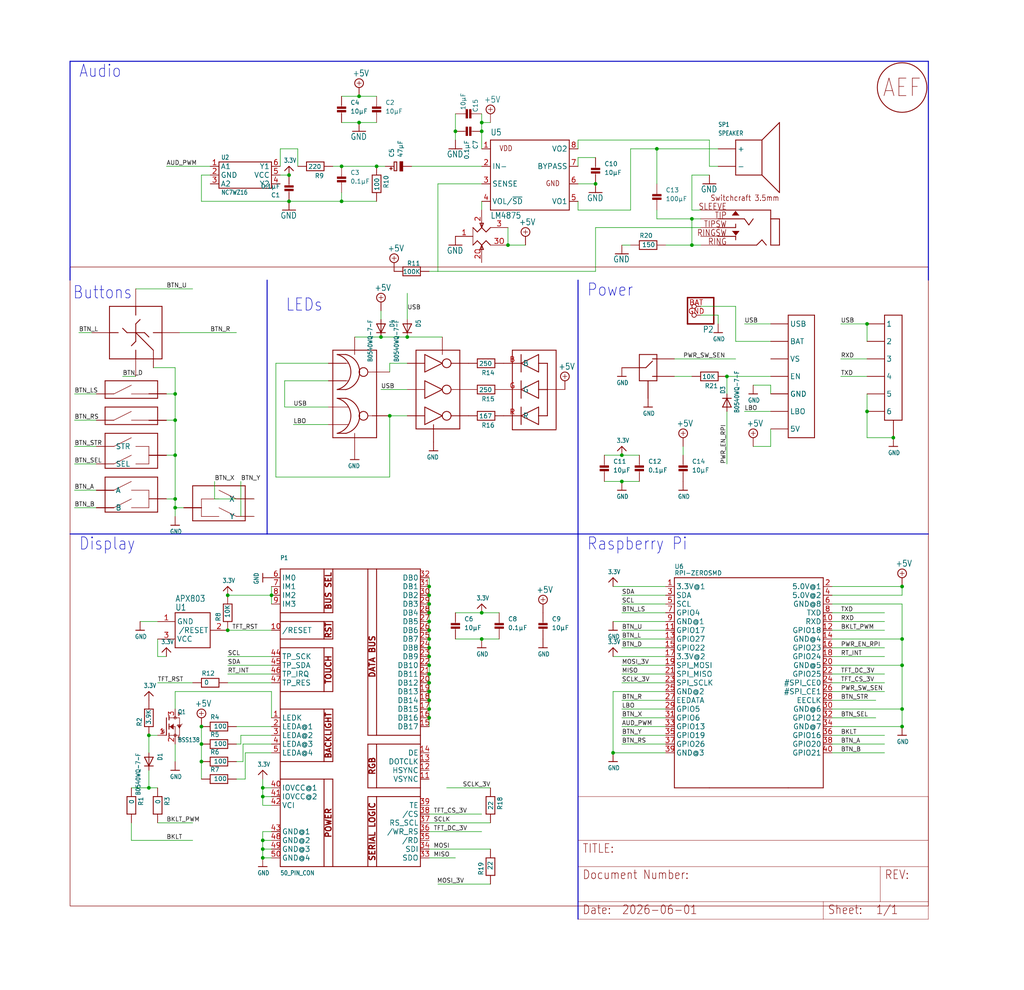
<source format=kicad_sch>
(kicad_sch (version 20250114) (generator "eeschema") (generator_version "9.0")
  (paper "User" 297.002 287.299)
  (text "Raspberry Pi" (at 170.18 160.02 0) (effects (font (size 3.556 3.0226)) (justify left bottom)))
  (text "Power" (at 170.18 86.36 0) (effects (font (size 3.556 3.0226)) (justify left bottom)))
  (text "Buttons" (at 21.082 87.122 0) (effects (font (size 3.556 3.0226)) (justify left bottom)))
  (text "Display" (at 22.86 160.02 0) (effects (font (size 3.556 3.0226)) (justify left bottom)))
  (text "LEDs" (at 82.804 90.678 0) (effects (font (size 3.556 3.0226)) (justify left bottom)))
  (text "Audio" (at 22.86 22.86 0) (effects (font (size 3.556 3.0226)) (justify left bottom)))
  (junction (at 261.62 185.42))
  (junction (at 261.62 205.74))
  (junction (at 76.2 243.84))
  (junction (at 118.11 97.79))
  (junction (at 124.46 172.72))
  (junction (at 139.7 38.1))
  (junction (at 190.5 43.18))
  (junction (at 139.7 177.8))
  (junction (at 43.18 213.36))
  (junction (at 50.8 121.92))
  (junction (at 124.46 208.28))
  (junction (at 76.2 248.92))
  (junction (at 124.46 177.8))
  (junction (at 124.46 195.58))
  (junction (at 83.82 58.42))
  (junction (at 139.7 35.56))
  (junction (at 58.42 215.9))
  (junction (at 261.62 193.04))
  (junction (at 251.46 119.38))
  (junction (at 50.8 144.78))
  (junction (at 76.2 228.6))
  (junction (at 66.04 172.72))
  (junction (at 113.03 120.65))
  (junction (at 177.8 218.44))
  (junction (at 124.46 187.96))
  (junction (at 124.46 203.2))
  (junction (at 50.8 132.08))
  (junction (at 200.66 63.5))
  (junction (at 147.32 71.12))
  (junction (at 124.46 185.42))
  (junction (at 104.14 27.94))
  (junction (at 251.46 93.98))
  (junction (at 78.74 172.72))
  (junction (at 172.72 53.34))
  (junction (at 261.62 170.18))
  (junction (at 124.46 198.12))
  (junction (at 124.46 193.04))
  (junction (at 259.08 127))
  (junction (at 124.46 182.88))
  (junction (at 76.2 246.38))
  (junction (at 124.46 180.34))
  (junction (at 58.42 220.98))
  (junction (at 58.42 210.82))
  (junction (at 50.8 114.3))
  (junction (at 124.46 205.74))
  (junction (at 139.7 185.42))
  (junction (at 83.82 50.8))
  (junction (at 261.62 210.82))
  (junction (at 50.8 147.32))
  (junction (at 180.34 139.7))
  (junction (at 132.08 38.1))
  (junction (at 210.82 109.22))
  (junction (at 110.49 97.79))
  (junction (at 76.2 231.14))
  (junction (at 99.06 48.26))
  (junction (at 66.04 182.88))
  (junction (at 124.46 175.26))
  (junction (at 99.06 58.42))
  (junction (at 124.46 190.5))
  (junction (at 109.22 48.26))
  (junction (at 124.46 200.66))
  (junction (at 43.18 228.6))
  (junction (at 124.46 170.18))
  (junction (at 104.14 35.56))
  (junction (at 200.66 71.12))
  (junction (at 180.34 132.08))
  (wire (pts (xy 21.59 129.54) (xy 27.94 129.54)) (stroke (width 0.1524)))
  (wire (pts (xy 241.3 200.66) (xy 256.54 200.66)) (stroke (width 0.1524)))
  (wire (pts (xy 139.7 38.1) (xy 139.7 43.18)) (stroke (width 0.1524)))
  (wire (pts (xy 203.2 63.5) (xy 200.66 63.5)) (stroke (width 0.1524)))
  (wire (pts (xy 68.58 226.06) (xy 71.12 226.06)) (stroke (width 0.1524)))
  (wire (pts (xy 118.11 105.41) (xy 113.03 105.41)) (stroke (width 0.1524)))
  (wire (pts (xy 193.04 177.8) (xy 180.34 177.8)) (stroke (width 0.1524)))
  (wire (pts (xy 172.72 66.04) (xy 172.72 78.74)) (stroke (width 0.1524)))
  (wire (pts (xy 45.72 228.6) (xy 43.18 228.6)) (stroke (width 0.1524)))
  (wire (pts (xy 124.46 198.12) (xy 124.46 200.66)) (stroke (width 0.1524)))
  (wire (pts (xy 208.28 91.44) (xy 208.28 93.98)) (stroke (width 0.1524)))
  (wire (pts (xy 190.5 43.18) (xy 182.88 43.18)) (stroke (width 0.1524)))
  (wire (pts (xy 251.46 119.38) (xy 251.46 127)) (stroke (width 0.1524)))
  (wire (pts (xy 142.24 35.56) (xy 139.7 35.56)) (stroke (width 0.1524)))
  (wire (pts (xy 86.36 43.18) (xy 86.36 48.26)) (stroke (width 0.1524)))
  (wire (pts (xy 127 78.74) (xy 127 53.34)) (stroke (width 0.1524)))
  (wire (pts (xy 241.3 182.88) (xy 256.54 182.88)) (stroke (width 0.1524)))
  (wire (pts (xy 48.26 132.08) (xy 50.8 132.08)))
  (wire (pts (xy 177.8 200.66) (xy 177.8 218.44)) (stroke (width 0.1524)))
  (wire (pts (xy 76.2 233.68) (xy 76.2 231.14)) (stroke (width 0.1524)))
  (wire (pts (xy 69.85 215.9) (xy 69.85 213.36)) (stroke (width 0.1524)))
  (wire (pts (xy 78.74 246.38) (xy 76.2 246.38)) (stroke (width 0.1524)))
  (wire (pts (xy 62.23 144.78) (xy 73.66 144.78)))
  (wire (pts (xy 177.8 200.66) (xy 193.04 200.66)) (stroke (width 0.1524)))
  (polyline (pts (xy 20.32 81.28) (xy 20.32 17.78)) (stroke (width 0.2794) (type solid)))
  (wire (pts (xy 76.2 248.92) (xy 76.2 246.38)) (stroke (width 0.1524)))
  (wire (pts (xy 21.59 134.62) (xy 27.94 134.62)) (stroke (width 0.1524)))
  (polyline (pts (xy 20.32 154.94) (xy 77.47 154.94)) (stroke (width 0.2794) (type solid)))
  (wire (pts (xy 218.44 111.76) (xy 223.52 111.76)) (stroke (width 0.1524)))
  (wire (pts (xy 55.88 238.76) (xy 45.72 238.76)) (stroke (width 0.1524)))
  (wire (pts (xy 177.8 218.44) (xy 193.04 218.44)) (stroke (width 0.1524)))
  (wire (pts (xy 27.94 121.92) (xy 21.59 121.92)) (stroke (width 0.1524)))
  (wire (pts (xy 195.58 104.14) (xy 213.36 104.14)) (stroke (width 0.1524)))
  (wire (pts (xy 261.62 193.04) (xy 241.3 193.04)) (stroke (width 0.1524)))
  (wire (pts (xy 124.46 246.38) (xy 142.24 246.38)) (stroke (width 0.1524)))
  (wire (pts (xy 193.04 187.96) (xy 180.34 187.96)) (stroke (width 0.1524)))
  (wire (pts (xy 172.72 66.04) (xy 203.2 66.04)) (stroke (width 0.1524)))
  (wire (pts (xy 99.06 35.56) (xy 104.14 35.56)) (stroke (width 0.1524)))
  (wire (pts (xy 213.36 88.9) (xy 203.2 88.9)) (stroke (width 0.1524)))
  (wire (pts (xy 124.46 203.2) (xy 124.46 205.74)) (stroke (width 0.1524)))
  (wire (pts (xy 118.11 92.71) (xy 118.11 85.09)) (stroke (width 0.1524)))
  (wire (pts (xy 261.62 185.42) (xy 241.3 185.42)) (stroke (width 0.1524)))
  (wire (pts (xy 68.58 210.82) (xy 78.74 210.82)) (stroke (width 0.1524)))
  (wire (pts (xy 167.64 53.34) (xy 172.72 53.34)) (stroke (width 0.1524)))
  (wire (pts (xy 124.46 167.64) (xy 124.46 170.18)) (stroke (width 0.1524)))
  (wire (pts (xy 251.46 114.3) (xy 251.46 119.38)) (stroke (width 0.1524)))
  (wire (pts (xy 69.85 139.7) (xy 69.85 149.86)))
  (polyline (pts (xy 167.64 154.94) (xy 269.24 154.94)) (stroke (width 0.2794) (type solid)))
  (wire (pts (xy 80.01 105.41) (xy 95.25 105.41)) (stroke (width 0.1524)))
  (wire (pts (xy 124.46 190.5) (xy 124.46 193.04)) (stroke (width 0.1524)))
  (wire (pts (xy 261.62 205.74) (xy 241.3 205.74)) (stroke (width 0.1524)))
  (wire (pts (xy 50.8 144.78) (xy 50.8 147.32)))
  (wire (pts (xy 261.62 193.04) (xy 261.62 205.74)) (stroke (width 0.1524)))
  (wire (pts (xy 193.04 203.2) (xy 180.34 203.2)) (stroke (width 0.1524)))
  (wire (pts (xy 104.14 35.56) (xy 109.22 35.56)) (stroke (width 0.1524)))
  (wire (pts (xy 193.04 185.42) (xy 180.34 185.42)) (stroke (width 0.1524)))
  (wire (pts (xy 76.2 243.84) (xy 76.2 241.3)) (stroke (width 0.1524)))
  (wire (pts (xy 110.49 97.79) (xy 118.11 97.79)) (stroke (width 0.1524)))
  (wire (pts (xy 81.28 43.18) (xy 86.36 43.18)) (stroke (width 0.1524)))
  (wire (pts (xy 124.46 248.92) (xy 132.08 248.92)) (stroke (width 0.1524)))
  (wire (pts (xy 195.58 109.22) (xy 200.66 109.22)) (stroke (width 0.1524)))
  (wire (pts (xy 38.1 243.84) (xy 55.88 243.84)) (stroke (width 0.1524)))
  (wire (pts (xy 241.3 213.36) (xy 256.54 213.36)) (stroke (width 0.1524)))
  (wire (pts (xy 180.34 71.12) (xy 182.88 71.12)) (stroke (width 0.1524)))
  (wire (pts (xy 81.28 50.8) (xy 83.82 50.8)) (stroke (width 0.1524)))
  (wire (pts (xy 124.46 195.58) (xy 124.46 198.12)) (stroke (width 0.1524)))
  (polyline (pts (xy 77.47 154.94) (xy 167.64 154.94)) (stroke (width 0.2794) (type solid)))
  (wire (pts (xy 200.66 50.8) (xy 205.74 50.8)) (stroke (width 0.1524)))
  (wire (pts (xy 110.49 90.17) (xy 110.49 92.71)) (stroke (width 0.1524)))
  (wire (pts (xy 142.24 228.6) (xy 129.54 228.6)) (stroke (width 0.1524)))
  (wire (pts (xy 48.26 114.3) (xy 50.8 114.3)))
  (polyline (pts (xy 167.64 154.94) (xy 167.64 81.28)) (stroke (width 0.2794) (type solid)))
  (wire (pts (xy 82.55 118.11) (xy 82.55 110.49)) (stroke (width 0.1524)))
  (wire (pts (xy 43.18 213.36) (xy 43.18 218.44)) (stroke (width 0.1524)))
  (wire (pts (xy 198.12 129.54) (xy 198.12 132.08)) (stroke (width 0.1524)))
  (wire (pts (xy 139.7 177.8) (xy 144.78 177.8)) (stroke (width 0.1524)))
  (wire (pts (xy 127 78.74) (xy 124.46 78.74)) (stroke (width 0.1524)))
  (wire (pts (xy 190.5 53.34) (xy 190.5 43.18)) (stroke (width 0.1524)))
  (wire (pts (xy 193.04 215.9) (xy 180.34 215.9)) (stroke (width 0.1524)))
  (wire (pts (xy 223.52 124.46) (xy 223.52 129.54)) (stroke (width 0.1524)))
  (wire (pts (xy 147.32 71.12) (xy 152.4 71.12)) (stroke (width 0.1524)))
  (wire (pts (xy 241.3 172.72) (xy 261.62 172.72)) (stroke (width 0.1524)))
  (wire (pts (xy 45.72 190.5) (xy 45.72 185.42)) (stroke (width 0.1524)))
  (wire (pts (xy 50.8 121.92) (xy 50.8 132.08)) (stroke (width 0.1524)))
  (wire (pts (xy 78.74 243.84) (xy 76.2 243.84)) (stroke (width 0.1524)))
  (wire (pts (xy 251.46 104.14) (xy 243.84 104.14)) (stroke (width 0.1524)))
  (wire (pts (xy 132.08 185.42) (xy 139.7 185.42)) (stroke (width 0.1524)))
  (wire (pts (xy 55.88 83.82) (xy 39.37 83.82)) (stroke (width 0.1524)))
  (wire (pts (xy 83.82 58.42) (xy 99.06 58.42)) (stroke (width 0.1524)))
  (wire (pts (xy 60.96 48.26) (xy 48.26 48.26)) (stroke (width 0.1524)))
  (wire (pts (xy 76.2 241.3) (xy 78.74 241.3)) (stroke (width 0.1524)))
  (wire (pts (xy 190.5 43.18) (xy 208.28 43.18)) (stroke (width 0.1524)))
  (wire (pts (xy 99.06 27.94) (xy 104.14 27.94)) (stroke (width 0.1524)))
  (wire (pts (xy 48.26 144.78) (xy 50.8 144.78)))
  (polyline (pts (xy 77.47 154.94) (xy 77.47 81.28)) (stroke (width 0.2794) (type solid)))
  (wire (pts (xy 243.84 109.22) (xy 251.46 109.22)) (stroke (width 0.1524)))
  (wire (pts (xy 78.74 200.66) (xy 78.74 208.28)) (stroke (width 0.1524)))
  (wire (pts (xy 180.34 175.26) (xy 193.04 175.26)) (stroke (width 0.1524)))
  (wire (pts (xy 180.34 193.04) (xy 193.04 193.04)) (stroke (width 0.1524)))
  (wire (pts (xy 142.24 256.54) (xy 127 256.54)) (stroke (width 0.1524)))
  (wire (pts (xy 147.32 66.04) (xy 147.32 71.12)) (stroke (width 0.1524)))
  (wire (pts (xy 124.46 172.72) (xy 124.46 175.26)) (stroke (width 0.1524)))
  (wire (pts (xy 167.64 43.18) (xy 167.64 40.64)) (stroke (width 0.1524)))
  (wire (pts (xy 213.36 99.06) (xy 213.36 88.9)) (stroke (width 0.1524)))
  (wire (pts (xy 71.12 226.06) (xy 71.12 218.44)) (stroke (width 0.1524)))
  (wire (pts (xy 76.2 246.38) (xy 76.2 243.84)) (stroke (width 0.1524)))
  (wire (pts (xy 132.08 33.02) (xy 132.08 38.1)) (stroke (width 0.1524)))
  (wire (pts (xy 50.8 205.74) (xy 50.8 200.66)) (stroke (width 0.1524)))
  (wire (pts (xy 68.58 96.52) (xy 52.07 96.52)) (stroke (width 0.1524)))
  (wire (pts (xy 82.55 118.11) (xy 95.25 118.11)) (stroke (width 0.1524)))
  (wire (pts (xy 139.7 33.02) (xy 139.7 35.56)) (stroke (width 0.1524)))
  (wire (pts (xy 124.46 241.3) (xy 139.7 241.3)) (stroke (width 0.1524)))
  (wire (pts (xy 68.58 220.98) (xy 70.485 220.98)) (stroke (width 0.1524)))
  (wire (pts (xy 254 208.28) (xy 241.3 208.28)) (stroke (width 0.1524)))
  (wire (pts (xy 78.74 172.72) (xy 78.74 175.26)) (stroke (width 0.1524)))
  (wire (pts (xy 124.46 180.34) (xy 124.46 182.88)) (stroke (width 0.1524)))
  (wire (pts (xy 241.3 218.44) (xy 256.54 218.44)) (stroke (width 0.1524)))
  (wire (pts (xy 48.26 121.92) (xy 50.8 121.92)))
  (wire (pts (xy 58.42 210.82) (xy 58.42 215.9)) (stroke (width 0.1524)))
  (wire (pts (xy 27.94 114.3) (xy 21.59 114.3)) (stroke (width 0.1524)))
  (wire (pts (xy 124.46 170.18) (xy 124.46 172.72)) (stroke (width 0.1524)))
  (wire (pts (xy 21.59 142.24) (xy 27.94 142.24)) (stroke (width 0.1524)))
  (wire (pts (xy 124.46 187.96) (xy 124.46 190.5)) (stroke (width 0.1524)))
  (wire (pts (xy 109.22 48.26) (xy 111.76 48.26)) (stroke (width 0.1524)))
  (wire (pts (xy 76.2 228.6) (xy 78.74 228.6)) (stroke (width 0.1524)))
  (wire (pts (xy 124.46 236.22) (xy 139.7 236.22)) (stroke (width 0.1524)))
  (wire (pts (xy 76.2 248.92) (xy 78.74 248.92)) (stroke (width 0.1524)))
  (wire (pts (xy 43.18 213.36) (xy 45.72 213.36)) (stroke (width 0.1524)))
  (wire (pts (xy 167.64 40.64) (xy 205.74 40.64)) (stroke (width 0.1524)))
  (wire (pts (xy 175.26 132.08) (xy 180.34 132.08)) (stroke (width 0.1524)))
  (wire (pts (xy 139.7 35.56) (xy 139.7 38.1)) (stroke (width 0.1524)))
  (wire (pts (xy 124.46 182.88) (xy 124.46 185.42)) (stroke (width 0.1524)))
  (wire (pts (xy 50.8 147.32) (xy 50.8 149.86)))
  (wire (pts (xy 167.64 45.72) (xy 172.72 45.72)) (stroke (width 0.1524)))
  (wire (pts (xy 80.01 138.43) (xy 80.01 105.41)) (stroke (width 0.1524)))
  (wire (pts (xy 124.46 238.76) (xy 142.24 238.76)) (stroke (width 0.1524)))
  (wire (pts (xy 50.8 114.3) (xy 50.8 121.92)) (stroke (width 0.1524)))
  (wire (pts (xy 76.2 228.6) (xy 76.2 226.06)) (stroke (width 0.1524)))
  (wire (pts (xy 50.8 215.9) (xy 50.8 220.98)) (stroke (width 0.1524)))
  (wire (pts (xy 193.04 213.36) (xy 180.34 213.36)) (stroke (width 0.1524)))
  (wire (pts (xy 193.04 208.28) (xy 180.34 208.28)) (stroke (width 0.1524)))
  (wire (pts (xy 167.64 60.96) (xy 167.64 58.42)) (stroke (width 0.1524)))
  (wire (pts (xy 68.58 215.9) (xy 69.85 215.9)) (stroke (width 0.1524)))
  (wire (pts (xy 58.42 58.42) (xy 83.82 58.42)) (stroke (width 0.1524)))
  (wire (pts (xy 45.72 180.34) (xy 40.64 180.34)) (stroke (width 0.1524)))
  (wire (pts (xy 38.1 238.76) (xy 38.1 243.84)) (stroke (width 0.1524)))
  (wire (pts (xy 205.74 40.64) (xy 205.74 48.26)) (stroke (width 0.1524)))
  (wire (pts (xy 104.14 27.94) (xy 109.22 27.94)) (stroke (width 0.1524)))
  (wire (pts (xy 261.62 172.72) (xy 261.62 170.18)) (stroke (width 0.1524)))
  (wire (pts (xy 177.8 170.18) (xy 193.04 170.18)) (stroke (width 0.1524)))
  (polyline (pts (xy 269.24 17.78) (xy 269.24 81.28)) (stroke (width 0.2794) (type solid)))
  (wire (pts (xy 39.37 109.22) (xy 35.56 109.22)) (stroke (width 0.1524)))
  (wire (pts (xy 193.04 182.88) (xy 180.34 182.88)) (stroke (width 0.1524)))
  (wire (pts (xy 78.74 190.5) (xy 66.04 190.5)) (stroke (width 0.1524)))
  (wire (pts (xy 185.42 139.7) (xy 180.34 139.7)) (stroke (width 0.1524)))
  (polyline (pts (xy 167.64 266.7) (xy 167.64 154.94)) (stroke (width 0.2794) (type solid)))
  (wire (pts (xy 96.52 48.26) (xy 99.06 48.26)) (stroke (width 0.1524)))
  (wire (pts (xy 66.04 182.88) (xy 78.74 182.88)) (stroke (width 0.1524)))
  (wire (pts (xy 243.84 93.98) (xy 251.46 93.98)) (stroke (width 0.1524)))
  (wire (pts (xy 139.7 185.42) (xy 144.78 185.42)) (stroke (width 0.1524)))
  (wire (pts (xy 127 53.34) (xy 139.7 53.34)) (stroke (width 0.1524)))
  (wire (pts (xy 78.74 195.58) (xy 66.04 195.58)) (stroke (width 0.1524)))
  (wire (pts (xy 261.62 205.74) (xy 261.62 210.82)) (stroke (width 0.1524)))
  (wire (pts (xy 241.3 180.34) (xy 256.54 180.34)) (stroke (width 0.1524)))
  (wire (pts (xy 193.04 71.12) (xy 200.66 71.12)) (stroke (width 0.1524)))
  (wire (pts (xy 58.42 215.9) (xy 58.42 220.98)) (stroke (width 0.1524)))
  (wire (pts (xy 261.62 170.18) (xy 241.3 170.18)) (stroke (width 0.1524)))
  (wire (pts (xy 132.08 177.8) (xy 139.7 177.8)) (stroke (width 0.1524)))
  (wire (pts (xy 71.12 218.44) (xy 78.74 218.44)) (stroke (width 0.1524)))
  (wire (pts (xy 50.8 200.66) (xy 78.74 200.66)) (stroke (width 0.1524)))
  (wire (pts (xy 200.66 63.5) (xy 190.5 63.5)) (stroke (width 0.1524)))
  (wire (pts (xy 215.9 93.98) (xy 223.52 93.98)) (stroke (width 0.1524)))
  (wire (pts (xy 85.09 123.19) (xy 95.25 123.19)) (stroke (width 0.1524)))
  (wire (pts (xy 261.62 210.82) (xy 241.3 210.82)) (stroke (width 0.1524)))
  (wire (pts (xy 113.03 107.95) (xy 113.03 105.41)) (stroke (width 0.1524)))
  (wire (pts (xy 109.22 58.42) (xy 99.06 58.42)) (stroke (width 0.1524)))
  (wire (pts (xy 69.85 213.36) (xy 78.74 213.36)) (stroke (width 0.1524)))
  (wire (pts (xy 26.67 96.52) (xy 22.86 96.52)) (stroke (width 0.1524)))
  (wire (pts (xy 53.34 147.32) (xy 50.8 147.32)))
  (wire (pts (xy 78.74 172.72) (xy 66.04 172.72)) (stroke (width 0.1524)))
  (wire (pts (xy 124.46 208.28) (xy 124.46 210.82)) (stroke (width 0.1524)))
  (wire (pts (xy 58.42 220.98) (xy 58.42 226.06)) (stroke (width 0.1524)))
  (wire (pts (xy 200.66 71.12) (xy 203.2 71.12)) (stroke (width 0.1524)))
  (wire (pts (xy 180.34 132.08) (xy 185.42 132.08)) (stroke (width 0.1524)))
  (wire (pts (xy 124.46 193.04) (xy 124.46 195.58)) (stroke (width 0.1524)))
  (wire (pts (xy 76.2 231.14) (xy 76.2 228.6)) (stroke (width 0.1524)))
  (wire (pts (xy 81.28 48.26) (xy 81.28 43.18)) (stroke (width 0.1524)))
  (wire (pts (xy 82.55 110.49) (xy 95.25 110.49)) (stroke (width 0.1524)))
  (wire (pts (xy 241.3 187.96) (xy 256.54 187.96)) (stroke (width 0.1524)))
  (wire (pts (xy 223.52 99.06) (xy 213.36 99.06)) (stroke (width 0.1524)))
  (wire (pts (xy 241.3 215.9) (xy 256.54 215.9)) (stroke (width 0.1524)))
  (wire (pts (xy 113.03 138.43) (xy 80.01 138.43)) (stroke (width 0.1524)))
  (wire (pts (xy 180.34 198.12) (xy 193.04 198.12)) (stroke (width 0.1524)))
  (wire (pts (xy 132.08 38.1) (xy 132.08 40.64)) (stroke (width 0.1524)))
  (wire (pts (xy 58.42 58.42) (xy 58.42 50.8)) (stroke (width 0.1524)))
  (wire (pts (xy 241.3 177.8) (xy 256.54 177.8)) (stroke (width 0.1524)))
  (wire (pts (xy 45.72 198.12) (xy 55.88 198.12)) (stroke (width 0.1524)))
  (wire (pts (xy 124.46 205.74) (xy 124.46 208.28)) (stroke (width 0.1524)))
  (wire (pts (xy 43.18 228.6) (xy 38.1 228.6)) (stroke (width 0.1524)))
  (wire (pts (xy 180.34 195.58) (xy 193.04 195.58)) (stroke (width 0.1524)))
  (wire (pts (xy 251.46 93.98) (xy 251.46 99.06)) (stroke (width 0.1524)))
  (wire (pts (xy 215.9 119.38) (xy 223.52 119.38)) (stroke (width 0.1524)))
  (wire (pts (xy 124.46 185.42) (xy 124.46 187.96)) (stroke (width 0.1524)))
  (wire (pts (xy 124.46 200.66) (xy 124.46 203.2)) (stroke (width 0.1524)))
  (wire (pts (xy 44.45 106.68) (xy 50.8 106.68)) (stroke (width 0.1524)))
  (wire (pts (xy 256.54 190.5) (xy 241.3 190.5)) (stroke (width 0.1524)))
  (wire (pts (xy 76.2 233.68) (xy 78.74 233.68)) (stroke (width 0.1524)))
  (wire (pts (xy 210.82 114.3) (xy 210.82 109.22)) (stroke (width 0.1524)))
  (wire (pts (xy 180.34 139.7) (xy 175.26 139.7)) (stroke (width 0.1524)))
  (wire (pts (xy 167.64 48.26) (xy 167.64 45.72)) (stroke (width 0.1524)))
  (wire (pts (xy 190.5 60.96) (xy 190.5 63.5)) (stroke (width 0.1524)))
  (wire (pts (xy 180.34 205.74) (xy 193.04 205.74)) (stroke (width 0.1524)))
  (wire (pts (xy 113.03 120.65) (xy 118.11 120.65)) (stroke (width 0.1524)))
  (wire (pts (xy 200.66 60.96) (xy 200.66 50.8)) (stroke (width 0.1524)))
  (wire (pts (xy 119.38 48.26) (xy 139.7 48.26)) (stroke (width 0.1524)))
  (wire (pts (xy 223.52 129.54) (xy 218.44 129.54)) (stroke (width 0.1524)))
  (wire (pts (xy 62.23 139.7) (xy 62.23 144.78)))
  (wire (pts (xy 58.42 50.8) (xy 60.96 50.8)) (stroke (width 0.1524)))
  (wire (pts (xy 43.18 223.52) (xy 43.18 228.6)) (stroke (width 0.1524)))
  (wire (pts (xy 78.74 193.04) (xy 66.04 193.04)) (stroke (width 0.1524)))
  (wire (pts (xy 139.7 60.96) (xy 139.7 58.42)) (stroke (width 0.1524)))
  (wire (pts (xy 69.85 149.86) (xy 73.66 149.86)))
  (wire (pts (xy 48.26 190.5) (xy 45.72 190.5)) (stroke (width 0.1524)))
  (wire (pts (xy 78.74 170.18) (xy 78.74 172.72)) (stroke (width 0.1524)))
  (wire (pts (xy 70.485 215.9) (xy 78.74 215.9)) (stroke (width 0.1524)))
  (wire (pts (xy 223.52 111.76) (xy 223.52 114.3)) (stroke (width 0.1524)))
  (wire (pts (xy 124.46 177.8) (xy 124.46 180.34)) (stroke (width 0.1524)))
  (wire (pts (xy 203.2 60.96) (xy 200.66 60.96)) (stroke (width 0.1524)))
  (wire (pts (xy 99.06 48.26) (xy 109.22 48.26)) (stroke (width 0.1524)))
  (wire (pts (xy 182.88 60.96) (xy 167.64 60.96)) (stroke (width 0.1524)))
  (wire (pts (xy 256.54 195.58) (xy 241.3 195.58)) (stroke (width 0.1524)))
  (wire (pts (xy 177.8 180.34) (xy 193.04 180.34)) (stroke (width 0.1524)))
  (wire (pts (xy 182.88 43.18) (xy 182.88 60.96)) (stroke (width 0.1524)))
  (wire (pts (xy 78.74 231.14) (xy 76.2 231.14)) (stroke (width 0.1524)))
  (wire (pts (xy 210.82 109.22) (xy 223.52 109.22)) (stroke (width 0.1524)))
  (wire (pts (xy 70.485 220.98) (xy 70.485 215.9)) (stroke (width 0.1524)))
  (wire (pts (xy 118.11 97.79) (xy 128.27 97.79)) (stroke (width 0.1524)))
  (wire (pts (xy 172.72 78.74) (xy 127 78.74)) (stroke (width 0.1524)))
  (wire (pts (xy 50.8 106.68) (xy 50.8 114.3)) (stroke (width 0.1524)))
  (wire (pts (xy 110.49 113.03) (xy 118.11 113.03)) (stroke (width 0.1524)))
  (wire (pts (xy 261.62 175.26) (xy 261.62 185.42)) (stroke (width 0.1524)))
  (wire (pts (xy 180.34 172.72) (xy 193.04 172.72)) (stroke (width 0.1524)))
  (wire (pts (xy 205.74 48.26) (xy 208.28 48.26)) (stroke (width 0.1524)))
  (wire (pts (xy 210.82 134.62) (xy 210.82 119.38)) (stroke (width 0.1524)))
  (wire (pts (xy 254 203.2) (xy 241.3 203.2)) (stroke (width 0.1524)))
  (wire (pts (xy 261.62 175.26) (xy 241.3 175.26)) (stroke (width 0.1524)))
  (wire (pts (xy 261.62 185.42) (xy 261.62 193.04)) (stroke (width 0.1524)))
  (wire (pts (xy 200.66 63.5) (xy 200.66 71.12)) (stroke (width 0.1524)))
  (wire (pts (xy 99.06 55.88) (xy 99.06 58.42)) (stroke (width 0.1524)))
  (wire (pts (xy 203.2 91.44) (xy 208.28 91.44)) (stroke (width 0.1524)))
  (wire (pts (xy 177.8 190.5) (xy 193.04 190.5)) (stroke (width 0.1524)))
  (wire (pts (xy 50.8 132.08) (xy 50.8 144.78)) (stroke (width 0.1524)))
  (wire (pts (xy 256.54 198.12) (xy 241.3 198.12)) (stroke (width 0.1524)))
  (wire (pts (xy 124.46 175.26) (xy 124.46 177.8)) (stroke (width 0.1524)))
  (wire (pts (xy 102.87 97.79) (xy 110.49 97.79)) (stroke (width 0.1524)))
  (wire (pts (xy 193.04 210.82) (xy 180.34 210.82)) (stroke (width 0.1524)))
  (wire (pts (xy 21.59 147.32) (xy 27.94 147.32)) (stroke (width 0.1524)))
  (wire (pts (xy 251.46 127) (xy 259.08 127)) (stroke (width 0.1524)))
  (wire (pts (xy 113.03 120.65) (xy 113.03 138.43)) (stroke (width 0.1524)))
  (wire (pts (xy 66.04 198.12) (xy 78.74 198.12)) (stroke (width 0.1524)))
  (polyline (pts (xy 20.32 17.78) (xy 269.24 17.78)) (stroke (width 0.2794) (type solid)))
  (label "BTN_X" (at 180.34 208.28 0))
  (label "AUD_PWM" (at 180.34 210.82 0) (effects (font (size 1.2446 1.2446))))
  (label "BKLT" (at 48.26 243.84 0) (effects (font (size 1.2446 1.2446))))
  (label "MISO" (at 125.73 248.92 0) (effects (font (size 1.2446 1.2446))))
  (label "BTN_LS" (at 21.59 114.3 0) (effects (font (size 1.2446 1.2446))))
  (label "SCLK_3V" (at 142.24 228.6 180) (effects (font (size 1.2446 1.2446))))
  (label "RXD" (at 243.84 180.34 0) (effects (font (size 1.2446 1.2446))))
  (label "PWR_EN_RPI" (at 243.84 187.96 0) (effects (font (size 1.2446 1.2446))))
  (label "RT_INT" (at 243.84 190.5 0) (effects (font (size 1.2446 1.2446))))
  (label "BTN_R" (at 60.96 96.52 0) (effects (font (size 1.2446 1.2446))))
  (label "BTN_A" (at 243.84 215.9 0) (effects (font (size 1.2446 1.2446))))
  (label "SDA" (at 180.34 172.72 0) (effects (font (size 1.2446 1.2446))))
  (label "PWR_SW_SEN" (at 198.12 104.14 0) (effects (font (size 1.2446 1.2446))))
  (label "RT_INT" (at 66.04 195.58 0) (effects (font (size 1.2446 1.2446))))
  (label "BKLT_PWM" (at 243.84 182.88 0) (effects (font (size 1.2446 1.2446))))
  (label "SCL" (at 180.34 175.26 0) (effects (font (size 1.2446 1.2446))))
  (label "BTN_STR" (at 243.84 203.2 0) (effects (font (size 1.2446 1.2446))))
  (label "USB" (at 243.84 93.98 0) (effects (font (size 1.2446 1.2446))))
  (label "SCL" (at 66.04 190.5 0) (effects (font (size 1.2446 1.2446))))
  (label "BTN_Y" (at 69.85 139.7 0) (effects (font (size 1.2446 1.2446))))
  (label "BTN_D" (at 35.56 109.22 0) (effects (font (size 1.2446 1.2446))))
  (label "USB" (at 215.9 93.98 0) (effects (font (size 1.2446 1.2446))))
  (label "BTN_A" (at 21.59 142.24 0) (effects (font (size 1.2446 1.2446))))
  (label "BTN_SEL" (at 21.59 134.62 0) (effects (font (size 1.2446 1.2446))))
  (label "TXD" (at 243.84 109.22 0) (effects (font (size 1.2446 1.2446))))
  (label "BTN_RS" (at 21.59 121.92 0) (effects (font (size 1.2446 1.2446))))
  (label "BTN_SEL" (at 243.84 208.28 0) (effects (font (size 1.2446 1.2446))))
  (label "PWR_SW_SEN" (at 243.84 200.66 0) (effects (font (size 1.2446 1.2446))))
  (label "TFT_DC_3V" (at 243.84 195.58 0) (effects (font (size 1.2446 1.2446))))
  (label "BTN_B" (at 243.84 218.44 0) (effects (font (size 1.2446 1.2446))))
  (label "MOSI" (at 125.73 246.38 0) (effects (font (size 1.2446 1.2446))))
  (label "BTN_Y" (at 180.34 213.36 0))
  (label "BTN_RS" (at 180.34 215.9 0) (effects (font (size 1.2446 1.2446))))
  (label "BTN_U" (at 48.26 83.82 0) (effects (font (size 1.2446 1.2446))))
  (label "LBO" (at 85.09 123.19 0) (effects (font (size 1.2446 1.2446))))
  (label "BTN_B" (at 21.59 147.32 0) (effects (font (size 1.2446 1.2446))))
  (label "USB" (at 85.09 118.11 0) (effects (font (size 1.2446 1.2446))))
  (label "MOSI_3V" (at 180.34 193.04 0) (effects (font (size 1.2446 1.2446))))
  (label "TFT_RST" (at 45.72 198.12 0) (effects (font (size 1.2446 1.2446))))
  (label "AUD_PWM" (at 48.26 48.26 0) (effects (font (size 1.2446 1.2446))))
  (label "PWR_EN_RPI" (at 210.82 134.62 90) (effects (font (size 1.2446 1.2446))))
  (label "TFT_CS_3V" (at 125.73 236.22 0) (effects (font (size 1.2446 1.2446))))
  (label "RXD" (at 243.84 104.14 0) (effects (font (size 1.2446 1.2446))))
  (label "BKLT" (at 243.84 213.36 0) (effects (font (size 1.2446 1.2446))))
  (label "SDA" (at 66.04 193.04 0) (effects (font (size 1.2446 1.2446))))
  (label "TFT_CS_3V" (at 243.84 198.12 0) (effects (font (size 1.2446 1.2446))))
  (label "BTN_X" (at 62.23 139.7 0) (effects (font (size 1.2446 1.2446))))
  (label "MOSI_3V" (at 134.62 256.54 180) (effects (font (size 1.2446 1.2446))))
  (label "TFT_DC_3V" (at 125.73 241.3 0) (effects (font (size 1.2446 1.2446))))
  (label "BTN_R" (at 180.34 203.2 0) (effects (font (size 1.2446 1.2446))))
  (label "BTN_LS" (at 180.34 177.8 0) (effects (font (size 1.2446 1.2446))))
  (label "SCLK_3V" (at 180.34 198.12 0) (effects (font (size 1.2446 1.2446))))
  (label "LBO" (at 180.34 205.74 0) (effects (font (size 1.2446 1.2446))))
  (label "USB" (at 118.11 90.17 0) (effects (font (size 1.2446 1.2446))))
  (label "MISO" (at 180.34 195.58 0) (effects (font (size 1.2446 1.2446))))
  (label "BTN_L" (at 180.34 185.42 0) (effects (font (size 1.2446 1.2446))))
  (label "BTN_STR" (at 21.59 129.54 0) (effects (font (size 1.2446 1.2446))))
  (label "BTN_U" (at 180.34 182.88 0) (effects (font (size 1.2446 1.2446))))
  (label "LBO" (at 215.9 119.38 0) (effects (font (size 1.2446 1.2446))))
  (label "TXD" (at 243.84 177.8 0) (effects (font (size 1.2446 1.2446))))
  (label "BTN_L" (at 22.86 96.52 0) (effects (font (size 1.2446 1.2446))))
  (label "SCLK" (at 125.73 238.76 0) (effects (font (size 1.2446 1.2446))))
  (label "USB" (at 110.49 113.03 0) (effects (font (size 1.2446 1.2446))))
  (label "TFT_RST" (at 67.31 182.88 0) (effects (font (size 1.2446 1.2446))))
  (label "BTN_D" (at 180.34 187.96 0) (effects (font (size 1.2446 1.2446))))
  (label "BKLT_PWM" (at 48.26 238.76 0) (effects (font (size 1.2446 1.2446))))
  (symbol (lib_id "gba-zero-morebuttons-eagle-import:microbuilder_GND") (at 198.12 142.24 0) (unit 1)
    (property "Reference" "#GND21" (effects (hide yes)))
    (property "Value" "GND" (at 196.596 144.78 0) (effects (font (size 1.27 1.0795)) (justify left bottom)))
  )
  (symbol (lib_id "gba-zero-morebuttons-eagle-import:RESISTOR0603") (at 45.72 233.68 270) (unit 1)
    (property "Reference" "R3" (at 47.752 231.14 0) (effects (justify left bottom)))
    (property "Value" "0" (at 45.085 231.902 0) (effects (justify left bottom)))
    (property "Footprint" "gba-zero-morebuttons:0603" (effects (hide yes)))
  )
  (symbol (lib_id "gba-zero-morebuttons-eagle-import:CAP_CERAMIC0603") (at 99.06 53.34 0) (unit 1)
    (property "Reference" "C3" (at 101.6 50.8 0) (effects (justify left bottom)))
    (property "Value" "0.1μF" (at 101.6 53.34 0) (effects (justify left bottom)))
    (property "Footprint" "gba-zero-morebuttons:0603" (effects (hide yes)))
  )
  (symbol (lib_id "gba-zero-morebuttons-eagle-import:RESISTOR0603") (at 43.18 208.28 90) (unit 1)
    (property "Reference" "R2" (at 41.148 210.82 0) (effects (justify left bottom)))
    (property "Value" "3.9K" (at 43.815 210.312 0) (effects (justify left bottom)))
    (property "Footprint" "gba-zero-morebuttons:0603" (effects (hide yes)))
  )
  (symbol (lib_id "gba-zero-morebuttons-eagle-import:+5V") (at 58.42 208.28 0) (unit 1)
    (property "Reference" "#SUPPLY1" (effects (hide yes)))
    (property "Value" "+5V" (at 56.515 205.105 0) (effects (font (size 1.778 1.5113)) (justify left bottom)))
  )
  (symbol (lib_id "gba-zero-morebuttons-eagle-import:microbuilder_GND") (at 180.34 142.24 0) (unit 1)
    (property "Reference" "#GND19" (effects (hide yes)))
    (property "Value" "GND" (at 178.816 144.78 0) (effects (font (size 1.27 1.0795)) (justify left bottom)))
  )
  (symbol (lib_id "gba-zero-morebuttons-eagle-import:microbuilder_GND") (at 177.8 182.88 0) (unit 1)
    (property "Reference" "#GND15" (effects (hide yes)))
    (property "Value" "GND" (at 176.276 185.42 0) (effects (font (size 1.27 1.0795)) (justify left bottom)))
  )
  (symbol (lib_id "gba-zero-morebuttons-eagle-import:LETTER_L") (at 167.64 266.7 0) (unit 2)
    (property "Reference" "#FRAME1" (effects (hide yes)))
    (property "Value" "LETTER_L" (effects (hide yes)))
  )
  (symbol (lib_id "gba-zero-morebuttons-eagle-import:microbuilder_GND") (at 218.44 114.3 0) (unit 1)
    (property "Reference" "#GND24" (effects (hide yes)))
    (property "Value" "GND" (at 216.916 116.84 0) (effects (font (size 1.27 1.0795)) (justify left bottom)))
  )
  (symbol (lib_id "gba-zero-morebuttons-eagle-import:3.3V") (at 177.8 187.96 0) (unit 1)
    (property "Reference" "#VCC8" (effects (hide yes)))
    (property "Value" "3.3V" (at 176.276 186.944 0) (effects (font (size 1.27 1.0795)) (justify left bottom)))
  )
  (symbol (lib_id "gba-zero-morebuttons-eagle-import:NC7WZ16") (at 71.12 50.8 0) (unit 1)
    (property "Reference" "U2" (at 64.135 46.355 0) (effects (font (size 1.27 1.0795)) (justify left bottom)))
    (property "Value" "NC7WZ16" (at 64.135 56.515 0) (effects (font (size 1.27 1.0795)) (justify left bottom)))
    (property "Footprint" "gba-zero-morebuttons:SC-70-6" (effects (hide yes)))
  )
  (symbol (lib_id "gba-zero-morebuttons-eagle-import:microbuilder_GND") (at 177.8 220.98 0) (unit 1)
    (property "Reference" "#GND16" (effects (hide yes)))
    (property "Value" "GND" (at 176.276 223.52 0) (effects (font (size 1.27 1.0795)) (justify left bottom)))
  )
  (symbol (lib_id "gba-zero-morebuttons-eagle-import:SIGNATURE") (at 261.62 25.4 0) (unit 1)
    (property "Reference" "U$1" (effects (hide yes)))
    (property "Value" "SIGNATURE" (effects (hide yes)))
    (property "Footprint" "gba-zero-morebuttons:SIGNATURE" (effects (hide yes)))
  )
  (symbol (lib_id "gba-zero-morebuttons-eagle-import:microbuilder_GND") (at 40.64 182.88 0) (unit 1)
    (property "Reference" "#GND1" (effects (hide yes)))
    (property "Value" "GND" (at 39.116 185.42 0) (effects (font (size 1.27 1.0795)) (justify left bottom)))
  )
  (symbol (lib_id "gba-zero-morebuttons-eagle-import:microbuilder_GND") (at 261.62 213.36 0) (unit 1)
    (property "Reference" "#GND26" (effects (hide yes)))
    (property "Value" "GND" (at 260.096 215.9 0) (effects (font (size 1.27 1.0795)) (justify left bottom)))
  )
  (symbol (lib_id "gba-zero-morebuttons-eagle-import:JST_2PIN") (at 200.66 88.9 180) (unit 1)
    (property "Reference" "P2" (at 207.01 94.615 0) (effects (font (size 1.778 1.5113)) (justify left bottom)))
    (property "Value" "JST_2PIN" (effects (hide yes)))
    (property "Footprint" "gba-zero-morebuttons:JSTPH2" (effects (hide yes)))
  )
  (symbol (lib_id "gba-zero-morebuttons-eagle-import:3.3V") (at 66.04 170.18 0) (unit 1)
    (property "Reference" "#VCC3" (effects (hide yes)))
    (property "Value" "3.3V" (at 64.516 169.164 0) (effects (font (size 1.27 1.0795)) (justify left bottom)))
  )
  (symbol (lib_id "gba-zero-morebuttons-eagle-import:+5V") (at 198.12 127 0) (unit 1)
    (property "Reference" "#SUPPLY10" (effects (hide yes)))
    (property "Value" "+5V" (at 196.215 123.825 0) (effects (font (size 1.778 1.5113)) (justify left bottom)))
  )
  (symbol (lib_id "gba-zero-morebuttons-eagle-import:RESISTOR0603") (at 38.1 233.68 270) (unit 1)
    (property "Reference" "R1" (at 40.132 231.14 0) (effects (justify left bottom)))
    (property "Value" "0" (at 37.465 231.902 0) (effects (justify left bottom)))
    (property "Footprint" "gba-zero-morebuttons:0603" (effects (hide yes)))
  )
  (symbol (lib_id "gba-zero-morebuttons-eagle-import:RESISTOR0603") (at 140.97 105.41 180) (unit 1)
    (property "Reference" "R14" (at 143.51 107.442 0) (effects (justify left bottom)))
    (property "Value" "250" (at 142.748 104.775 0) (effects (justify left bottom)))
    (property "Footprint" "gba-zero-morebuttons:0603" (effects (hide yes)))
  )
  (symbol (lib_id "gba-zero-morebuttons-eagle-import:RESISTOR0603") (at 140.97 113.03 180) (unit 1)
    (property "Reference" "R15" (at 143.51 115.062 0) (effects (justify left bottom)))
    (property "Value" "250" (at 142.748 112.395 0) (effects (justify left bottom)))
    (property "Footprint" "gba-zero-morebuttons:0603" (effects (hide yes)))
  )
  (symbol (lib_id "gba-zero-morebuttons-eagle-import:RESISTOR0603") (at 187.96 71.12 0) (unit 1)
    (property "Reference" "R20" (at 185.42 69.088 0) (effects (justify left bottom)))
    (property "Value" "150" (at 186.182 71.755 0) (effects (justify left bottom)))
    (property "Footprint" "gba-zero-morebuttons:0603" (effects (hide yes)))
  )
  (symbol (lib_id "gba-zero-morebuttons-eagle-import:3.3V") (at 180.34 129.54 0) (unit 1)
    (property "Reference" "#VCC9" (effects (hide yes)))
    (property "Value" "3.3V" (at 178.816 128.524 0) (effects (font (size 1.27 1.0795)) (justify left bottom)))
  )
  (symbol (lib_id "gba-zero-morebuttons-eagle-import:3.3V") (at 177.8 167.64 0) (unit 1)
    (property "Reference" "#VCC7" (effects (hide yes)))
    (property "Value" "3.3V" (at 176.276 166.624 0) (effects (font (size 1.27 1.0795)) (justify left bottom)))
  )
  (symbol (lib_id "gba-zero-morebuttons-eagle-import:GND") (at 132.08 43.18 0) (unit 1)
    (property "Reference" "#GND10" (effects (hide yes)))
    (property "Value" "GND" (at 129.54 45.72 0) (effects (font (size 1.778 1.5113)) (justify left bottom)))
  )
  (symbol (lib_id "gba-zero-morebuttons-eagle-import:RESISTOR0603") (at 91.44 48.26 180) (unit 1)
    (property "Reference" "R9" (at 93.98 50.292 0) (effects (justify left bottom)))
    (property "Value" "220" (at 93.218 47.625 0) (effects (justify left bottom)))
    (property "Footprint" "gba-zero-morebuttons:0603" (effects (hide yes)))
  )
  (symbol (lib_id "gba-zero-morebuttons-eagle-import:+5V") (at 104.14 25.4 0) (unit 1)
    (property "Reference" "#SUPPLY3" (effects (hide yes)))
    (property "Value" "+5V" (at 102.235 22.225 0) (effects (font (size 1.778 1.5113)) (justify left bottom)))
  )
  (symbol (lib_id "gba-zero-morebuttons-eagle-import:GND") (at 132.08 71.12 0) (unit 1)
    (property "Reference" "#GND12" (effects (hide yes)))
    (property "Value" "GND" (at 129.54 73.66 0) (effects (font (size 1.778 1.5113)) (justify left bottom)))
  )
  (symbol (lib_id "gba-zero-morebuttons-eagle-import:AXP083-SAG") (at 55.88 182.88 0) (mirror x) (unit 1)
    (property "Reference" "U1" (at 50.8 175.26 0) (effects (font (size 1.778 1.5113)) (justify left bottom)))
    (property "Value" "APX803" (at 50.8 172.72 0) (effects (font (size 1.778 1.5113)) (justify left bottom)))
    (property "Footprint" "gba-zero-morebuttons:SOT23" (effects (hide yes)))
  )
  (symbol (lib_id "gba-zero-morebuttons-eagle-import:LINK_CONNECTOR") (at 256.54 106.68 0) (unit 1)
    (property "Reference" "P3" (effects (hide yes)))
    (property "Value" "LINK_CONNECTOR" (effects (hide yes)))
    (property "Footprint" "gba-zero-morebuttons:LINK_CONNECTOR" (effects (hide yes)))
  )
  (symbol (lib_id "gba-zero-morebuttons-eagle-import:+5V") (at 142.24 33.02 0) (unit 1)
    (property "Reference" "#SUPPLY7" (effects (hide yes)))
    (property "Value" "+5V" (at 140.335 29.845 0) (effects (font (size 1.778 1.5113)) (justify left bottom)))
  )
  (symbol (lib_id "gba-zero-morebuttons-eagle-import:74LVC3G04") (at 128.27 113.03 0) (unit 1)
    (property "Reference" "U4" (effects (hide yes)))
    (property "Value" "74LVC3G04" (effects (hide yes)))
    (property "Footprint" "gba-zero-morebuttons:TSSOP-8" (effects (hide yes)))
  )
  (symbol (lib_id "gba-zero-morebuttons-eagle-import:DIODESOD-123") (at 118.11 95.25 270) (unit 1)
    (property "Reference" "D5" (at 120.65 92.71 0) (effects (font (size 1.27 1.0795)) (justify left bottom)))
    (property "Value" "B0540WQ-7-F" (at 114.3 92.71 0) (effects (font (size 1.27 1.0795)) (justify left bottom)))
    (property "Footprint" "gba-zero-morebuttons:SOD-123" (effects (hide yes)))
  )
  (symbol (lib_id "gba-zero-morebuttons-eagle-import:microbuilder_GND") (at 187.96 118.11 0) (unit 1)
    (property "Reference" "#GND20" (effects (hide yes)))
    (property "Value" "GND" (at 186.436 120.65 0) (effects (font (size 1.27 1.0795)) (justify left bottom)))
  )
  (symbol (lib_id "gba-zero-morebuttons-eagle-import:GND") (at 180.34 73.66 0) (unit 1)
    (property "Reference" "#GND17" (effects (hide yes)))
    (property "Value" "GND" (at 177.8 76.2 0) (effects (font (size 1.778 1.5113)) (justify left bottom)))
  )
  (symbol (lib_id "gba-zero-morebuttons-eagle-import:SHOULDER_BUTTON") (at 38.1 114.3 0) (unit 1)
    (property "Reference" "S2" (effects (hide yes)))
    (property "Value" "SHOULDER_BUTTON" (effects (hide yes)))
    (property "Footprint" "gba-zero-morebuttons:SHOULDER_BUTTON" (effects (hide yes)))
  )
  (symbol (lib_id "gba-zero-morebuttons-eagle-import:RESISTOR0603") (at 60.96 198.12 0) (unit 1)
    (property "Reference" "R12" (at 58.42 196.088 0) (effects (justify left bottom)))
    (property "Value" "0" (at 59.182 198.755 0) (effects (justify left bottom)))
    (property "Footprint" "gba-zero-morebuttons:0603" (effects (hide yes)))
  )
  (symbol (lib_id "gba-zero-morebuttons-eagle-import:CAP_CERAMIC0603") (at 132.08 182.88 0) (unit 1)
    (property "Reference" "C6" (at 134.62 180.34 0) (effects (justify left bottom)))
    (property "Value" "10μF" (at 134.62 182.88 0) (effects (justify left bottom)))
    (property "Footprint" "gba-zero-morebuttons:0603" (effects (hide yes)))
  )
  (symbol (lib_id "gba-zero-morebuttons-eagle-import:CAP_CERAMIC1206") (at 190.5 58.42 0) (unit 1)
    (property "Reference" "C13" (at 193.04 55.88 0) (effects (justify left bottom)))
    (property "Value" "100μF" (at 193.04 58.42 0) (effects (justify left bottom)))
    (property "Footprint" "gba-zero-morebuttons:1206" (effects (hide yes)))
  )
  (symbol (lib_id "gba-zero-morebuttons-eagle-import:microbuilder_GND") (at 50.8 152.4 0) (unit 1)
    (property "Reference" "#GND3" (effects (hide yes)))
    (property "Value" "GND" (at 49.276 154.94 0) (effects (font (size 1.27 1.0795)) (justify left bottom)))
  )
  (symbol (lib_id "gba-zero-morebuttons-eagle-import:CAP_CERAMIC0603") (at 185.42 137.16 0) (unit 1)
    (property "Reference" "C12" (at 187.96 134.62 0) (effects (justify left bottom)))
    (property "Value" "0.1μF" (at 187.96 137.16 0) (effects (justify left bottom)))
    (property "Footprint" "gba-zero-morebuttons:0603" (effects (hide yes)))
  )
  (symbol (lib_id "gba-zero-morebuttons-eagle-import:microbuilder_GND") (at 259.08 129.54 0) (unit 1)
    (property "Reference" "#GND25" (effects (hide yes)))
    (property "Value" "GND" (at 257.556 132.08 0) (effects (font (size 1.27 1.0795)) (justify left bottom)))
  )
  (symbol (lib_id "gba-zero-morebuttons-eagle-import:RK10J12E0A0A") (at 139.7 68.58 270) (unit 1)
    (property "Reference" "R17" (effects (hide yes)))
    (property "Value" "10K" (effects (hide yes)))
    (property "Footprint" "gba-zero-morebuttons:RK10J12E0A0A" (effects (hide yes)))
  )
  (symbol (lib_id "gba-zero-morebuttons-eagle-import:RESISTOR0603") (at 140.97 120.65 180) (unit 1)
    (property "Reference" "R16" (at 143.51 122.682 0) (effects (justify left bottom)))
    (property "Value" "167" (at 142.748 120.015 0) (effects (justify left bottom)))
    (property "Footprint" "gba-zero-morebuttons:0603" (effects (hide yes)))
  )
  (symbol (lib_id "gba-zero-morebuttons-eagle-import:microbuilder_GND") (at 50.8 223.52 0) (unit 1)
    (property "Reference" "#GND2" (effects (hide yes)))
    (property "Value" "GND" (at 49.276 226.06 0) (effects (font (size 1.27 1.0795)) (justify left bottom)))
  )
  (symbol (lib_id "gba-zero-morebuttons-eagle-import:74LVC2G02") (at 102.87 113.03 0) (unit 1)
    (property "Reference" "U3" (effects (hide yes)))
    (property "Value" "74LVC2G02" (effects (hide yes)))
    (property "Footprint" "gba-zero-morebuttons:TSSOP-8" (effects (hide yes)))
  )
  (symbol (lib_id "gba-zero-morebuttons-eagle-import:3.3V") (at 139.7 175.26 0) (unit 1)
    (property "Reference" "#VCC6" (effects (hide yes)))
    (property "Value" "3.3V" (at 138.176 174.244 0) (effects (font (size 1.27 1.0795)) (justify left bottom)))
  )
  (symbol (lib_id "gba-zero-morebuttons-eagle-import:+5V") (at 110.49 87.63 0) (unit 1)
    (property "Reference" "#SUPPLY2" (effects (hide yes)))
    (property "Value" "+5V" (at 108.585 84.455 0) (effects (font (size 1.778 1.5113)) (justify left bottom)))
  )
  (symbol (lib_id "gba-zero-morebuttons-eagle-import:3.3V") (at 83.82 48.26 0) (unit 1)
    (property "Reference" "#VCC5" (effects (hide yes)))
    (property "Value" "3.3V" (at 82.296 47.244 0) (effects (font (size 1.27 1.0795)) (justify left bottom)))
  )
  (symbol (lib_id "gba-zero-morebuttons-eagle-import:XY_BUTTON") (at 63.5 144.78 0) (mirror y) (unit 1)
    (property "Reference" "S7" (effects (hide yes)))
    (property "Value" "XY_BUTTON" (effects (hide yes)))
    (property "Footprint" "gba-zero-morebuttons:XY_BUTTON" (effects (hide yes)))
  )
  (symbol (lib_id "gba-zero-morebuttons-eagle-import:CAP_CERAMIC0603") (at 109.22 33.02 0) (unit 1)
    (property "Reference" "C2" (at 111.76 30.48 0) (effects (justify left bottom)))
    (property "Value" "10μF" (at 111.76 33.02 0) (effects (justify left bottom)))
    (property "Footprint" "gba-zero-morebuttons:0603" (effects (hide yes)))
  )
  (symbol (lib_id "gba-zero-morebuttons-eagle-import:microbuilder_GND") (at 139.7 187.96 0) (unit 1)
    (property "Reference" "#GND11" (effects (hide yes)))
    (property "Value" "GND" (at 138.176 190.5 0) (effects (font (size 1.27 1.0795)) (justify left bottom)))
  )
  (symbol (lib_id "gba-zero-morebuttons-eagle-import:GND") (at 172.72 55.88 0) (unit 1)
    (property "Reference" "#GND14" (effects (hide yes)))
    (property "Value" "GND" (at 170.18 58.42 0) (effects (font (size 1.778 1.5113)) (justify left bottom)))
  )
  (symbol (lib_id "gba-zero-morebuttons-eagle-import:+5V") (at 157.48 175.26 0) (unit 1)
    (property "Reference" "#SUPPLY8" (effects (hide yes)))
    (property "Value" "+5V" (at 155.575 172.085 0) (effects (font (size 1.778 1.5113)) (justify left bottom)))
  )
  (symbol (lib_id "gba-zero-morebuttons-eagle-import:LTST-C19HE1WT") (at 153.67 113.03 180) (unit 1)
    (property "Reference" "D2" (effects (hide yes)))
    (property "Value" "LTST-C19HE1WT" (effects (hide yes)))
    (property "Footprint" "gba-zero-morebuttons:WL-SBCW-0606" (effects (hide yes)))
  )
  (symbol (lib_id "gba-zero-morebuttons-eagle-import:START_SELECT_BUTTON") (at 38.1 132.08 0) (unit 1)
    (property "Reference" "S4" (effects (hide yes)))
    (property "Value" "START_SELECT_BUTTON" (effects (hide yes)))
    (property "Footprint" "gba-zero-morebuttons:START_SELECT_BUTTON" (effects (hide yes)))
  )
  (symbol (lib_id "gba-zero-morebuttons-eagle-import:RESISTOR0603") (at 63.5 210.82 0) (unit 1)
    (property "Reference" "R4" (at 60.96 208.788 0) (effects (justify left bottom)))
    (property "Value" "100" (at 61.976 211.455 0) (effects (justify left bottom)))
    (property "Footprint" "gba-zero-morebuttons:0603" (effects (hide yes)))
  )
  (symbol (lib_id "gba-zero-morebuttons-eagle-import:CAP_CERAMIC0603") (at 83.82 53.34 180) (unit 1)
    (property "Reference" "C1" (at 81.28 55.88 0) (effects (justify left bottom)))
    (property "Value" "0.1μF" (at 81.28 53.34 0) (effects (justify left bottom)))
    (property "Footprint" "gba-zero-morebuttons:0603" (effects (hide yes)))
  )
  (symbol (lib_id "gba-zero-morebuttons-eagle-import:+5V") (at 114.3 76.2 0) (unit 1)
    (property "Reference" "#SUPPLY4" (effects (hide yes)))
    (property "Value" "+5V" (at 112.395 73.025 0) (effects (font (size 1.778 1.5113)) (justify left bottom)))
  )
  (symbol (lib_id "gba-zero-morebuttons-eagle-import:RESISTOR0603") (at 66.04 177.8 90) (unit 1)
    (property "Reference" "R8" (at 64.008 180.34 0) (effects (justify left bottom)))
    (property "Value" "10K" (at 66.675 179.324 0) (effects (justify left bottom)))
    (property "Footprint" "gba-zero-morebuttons:0603" (effects (hide yes)))
  )
  (symbol (lib_id "gba-zero-morebuttons-eagle-import:microbuilder_GND") (at 102.87 133.35 0) (mirror y) (unit 1)
    (property "Reference" "#GND7" (effects (hide yes)))
    (property "Value" "GND" (at 104.394 135.89 0) (effects (font (size 1.27 1.0795)) (justify left bottom)))
  )
  (symbol (lib_id "gba-zero-morebuttons-eagle-import:CAP_CERAMIC0603") (at 134.62 38.1 270) (unit 1)
    (property "Reference" "C7" (at 137.16 40.64 0) (effects (justify left bottom)))
    (property "Value" "0.1μF" (at 134.62 40.64 0) (effects (justify left bottom)))
    (property "Footprint" "gba-zero-morebuttons:0603" (effects (hide yes)))
  )
  (symbol (lib_id "gba-zero-morebuttons-eagle-import:D-PAD") (at 39.37 96.52 0) (unit 1)
    (property "Reference" "S1" (effects (hide yes)))
    (property "Value" "D-PAD" (effects (hide yes)))
    (property "Footprint" "gba-zero-morebuttons:D-PAD" (effects (hide yes)))
  )
  (symbol (lib_id "gba-zero-morebuttons-eagle-import:RESISTOR0603") (at 142.24 233.68 270) (unit 1)
    (property "Reference" "R18" (at 144.272 231.14 0) (effects (justify left bottom)))
    (property "Value" "22" (at 141.605 232.41 0) (effects (justify left bottom)))
    (property "Footprint" "gba-zero-morebuttons:0603" (effects (hide yes)))
  )
  (symbol (lib_id "gba-zero-morebuttons-eagle-import:RESISTOR0603") (at 142.24 251.46 90) (unit 1)
    (property "Reference" "R19" (at 140.208 254 0) (effects (justify left bottom)))
    (property "Value" "22" (at 142.875 252.476 0) (effects (justify left bottom)))
    (property "Footprint" "gba-zero-morebuttons:0603" (effects (hide yes)))
  )
  (symbol (lib_id "gba-zero-morebuttons-eagle-import:RESISTOR0603") (at 205.74 109.22 180) (unit 1)
    (property "Reference" "R21" (at 208.28 111.252 0) (effects (justify left bottom)))
    (property "Value" "10K" (at 207.518 108.585 0) (effects (justify left bottom)))
    (property "Footprint" "gba-zero-morebuttons:0603" (effects (hide yes)))
  )
  (symbol (lib_id "gba-zero-morebuttons-eagle-import:+5V") (at 261.62 167.64 0) (unit 1)
    (property "Reference" "#SUPPLY12" (effects (hide yes)))
    (property "Value" "+5V" (at 259.715 164.465 0) (effects (font (size 1.778 1.5113)) (justify left bottom)))
  )
  (symbol (lib_id "gba-zero-morebuttons-eagle-import:CAP_CERAMIC0603") (at 99.06 33.02 0) (unit 1)
    (property "Reference" "C4" (at 101.6 30.48 0) (effects (justify left bottom)))
    (property "Value" "10μF" (at 101.6 33.02 0) (effects (justify left bottom)))
    (property "Footprint" "gba-zero-morebuttons:0603" (effects (hide yes)))
  )
  (symbol (lib_id "gba-zero-morebuttons-eagle-import:+5V") (at 218.44 127 0) (unit 1)
    (property "Reference" "#SUPPLY11" (effects (hide yes)))
    (property "Value" "+5V" (at 216.535 123.825 0) (effects (font (size 1.778 1.5113)) (justify left bottom)))
  )
  (symbol (lib_id "gba-zero-morebuttons-eagle-import:3.3V") (at 43.18 200.66 0) (unit 1)
    (property "Reference" "#VCC1" (effects (hide yes)))
    (property "Value" "3.3V" (at 41.656 199.644 0) (effects (font (size 1.27 1.0795)) (justify left bottom)))
  )
  (symbol (lib_id "gba-zero-morebuttons-eagle-import:DIODESOD-123") (at 110.49 95.25 270) (unit 1)
    (property "Reference" "D4" (at 113.03 92.71 0) (effects (font (size 1.27 1.0795)) (justify left bottom)))
    (property "Value" "B0540WQ-7-F" (at 106.68 92.71 0) (effects (font (size 1.27 1.0795)) (justify left bottom)))
    (property "Footprint" "gba-zero-morebuttons:SOD-123" (effects (hide yes)))
  )
  (symbol (lib_id "gba-zero-morebuttons-eagle-import:microbuilder_GND") (at 125.73 130.81 0) (mirror y) (unit 1)
    (property "Reference" "#GND9" (effects (hide yes)))
    (property "Value" "GND" (at 127.254 133.35 0) (effects (font (size 1.27 1.0795)) (justify left bottom)))
  )
  (symbol (lib_id "gba-zero-morebuttons-eagle-import:DISP_LCD_CTP28") (at 101.6 205.74 0) (unit 1)
    (property "Reference" "P1" (at 81.28 162.56 0) (effects (font (size 1.27 1.0795)) (justify left bottom)))
    (property "Value" "50_PIN_CON" (at 81.28 254 0) (effects (font (size 1.27 1.0795)) (justify left bottom)))
    (property "Footprint" "gba-zero-morebuttons:FPC-50-CON" (effects (hide yes)))
  )
  (symbol (lib_id "gba-zero-morebuttons-eagle-import:GND") (at 83.82 60.96 0) (unit 1)
    (property "Reference" "#GND6" (effects (hide yes)))
    (property "Value" "GND" (at 81.28 63.5 0) (effects (font (size 1.778 1.5113)) (justify left bottom)))
  )
  (symbol (lib_id "gba-zero-morebuttons-eagle-import:3.3V") (at 76.2 223.52 0) (unit 1)
    (property "Reference" "#VCC4" (effects (hide yes)))
    (property "Value" "3.3V" (at 74.676 222.504 0) (effects (font (size 1.27 1.0795)) (justify left bottom)))
  )
  (symbol (lib_id "gba-zero-morebuttons-eagle-import:CAP_CERAMIC0603") (at 144.78 182.88 0) (unit 1)
    (property "Reference" "C8" (at 147.32 180.34 0) (effects (justify left bottom)))
    (property "Value" "0.1μF" (at 147.32 182.88 0) (effects (justify left bottom)))
    (property "Footprint" "gba-zero-morebuttons:0603" (effects (hide yes)))
  )
  (symbol (lib_id "gba-zero-morebuttons-eagle-import:GND") (at 104.14 38.1 0) (unit 1)
    (property "Reference" "#GND8" (effects (hide yes)))
    (property "Value" "GND" (at 101.6 40.64 0) (effects (font (size 1.778 1.5113)) (justify left bottom)))
  )
  (symbol (lib_id "gba-zero-morebuttons-eagle-import:CAP_CERAMIC0603") (at 157.48 182.88 0) (unit 1)
    (property "Reference" "C9" (at 160.02 180.34 0) (effects (justify left bottom)))
    (property "Value" "10μF" (at 160.02 182.88 0) (effects (justify left bottom)))
    (property "Footprint" "gba-zero-morebuttons:0603" (effects (hide yes)))
  )
  (symbol (lib_id "gba-zero-morebuttons-eagle-import:microbuilder_GND") (at 76.2 251.46 0) (unit 1)
    (property "Reference" "#GND5" (effects (hide yes)))
    (property "Value" "GND" (at 74.676 254 0) (effects (font (size 1.27 1.0795)) (justify left bottom)))
  )
  (symbol (lib_id "gba-zero-morebuttons-eagle-import:MOSFET-NWIDE") (at 48.26 210.82 0) (unit 1)
    (property "Reference" "Q1" (at 51.562 207.264 0) (effects (font (size 1.27 1.0795)) (justify left bottom)))
    (property "Value" "BSS138" (at 51.562 215.392 0) (effects (font (size 1.27 1.0795)) (justify left bottom)))
    (property "Footprint" "gba-zero-morebuttons:SOT23-WIDE" (effects (hide yes)))
  )
  (symbol (lib_id "gba-zero-morebuttons-eagle-import:CAP_TANTALUMC/6032_REFLOW") (at 116.84 48.26 90) (unit 1)
    (property "Reference" "C5" (at 114.3 45.72 0) (effects (justify left bottom)))
    (property "Value" "47μF" (at 116.84 45.72 0) (effects (justify left bottom)))
    (property "Footprint" "gba-zero-morebuttons:EIA6032-28_C-R" (effects (hide yes)))
  )
  (symbol (lib_id "gba-zero-morebuttons-eagle-import:RPI-ZEROSMD") (at 215.9 200.66 0) (unit 1)
    (property "Reference" "U6" (at 195.58 165.1 0) (effects (justify left bottom)))
    (property "Value" "RPI-ZEROSMD" (at 195.58 167.005 0) (effects (justify left bottom)))
    (property "Footprint" "gba-zero-morebuttons:RPI-SMD" (effects (hide yes)))
  )
  (symbol (lib_id "gba-zero-morebuttons-eagle-import:microbuilder_GND") (at 157.48 187.96 0) (unit 1)
    (property "Reference" "#GND13" (effects (hide yes)))
    (property "Value" "GND" (at 155.956 190.5 0) (effects (font (size 1.27 1.0795)) (justify left bottom)))
  )
  (symbol (lib_id "gba-zero-morebuttons-eagle-import:CAP_CERAMIC0603") (at 172.72 50.8 0) (unit 1)
    (property "Reference" "C10" (at 175.26 48.26 0) (effects (justify left bottom)))
    (property "Value" "10μF" (at 175.26 50.8 0) (effects (justify left bottom)))
    (property "Footprint" "gba-zero-morebuttons:0603" (effects (hide yes)))
  )
  (symbol (lib_id "gba-zero-morebuttons-eagle-import:POWERBOOST-1000C") (at 228.6 109.22 0) (unit 1)
    (property "Reference" "U7" (effects (hide yes)))
    (property "Value" "POWERBOOST-1000C" (effects (hide yes)))
    (property "Footprint" "gba-zero-morebuttons:POWERBOOST-1000C" (effects (hide yes)))
  )
  (symbol (lib_id "gba-zero-morebuttons-eagle-import:LM4875") (at 152.4 50.8 0) (unit 1)
    (property "Reference" "U5" (at 142.24 39.37 0) (effects (font (size 1.778 1.5113)) (justify left bottom)))
    (property "Value" "LM4875" (at 142.24 63.5 0) (effects (font (size 1.778 1.5113)) (justify left bottom)))
    (property "Footprint" "gba-zero-morebuttons:SO-8" (effects (hide yes)))
  )
  (symbol (lib_id "gba-zero-morebuttons-eagle-import:CAP_CERAMIC0603") (at 198.12 137.16 0) (unit 1)
    (property "Reference" "C14" (at 200.66 134.62 0) (effects (justify left bottom)))
    (property "Value" "10μF" (at 200.66 137.16 0) (effects (justify left bottom)))
    (property "Footprint" "gba-zero-morebuttons:0603" (effects (hide yes)))
  )
  (symbol (lib_id "gba-zero-morebuttons-eagle-import:RESISTOR0603") (at 63.5 226.06 0) (unit 1)
    (property "Reference" "R7" (at 60.96 224.028 0) (effects (justify left bottom)))
    (property "Value" "100" (at 61.976 226.695 0) (effects (justify left bottom)))
    (property "Footprint" "gba-zero-morebuttons:0603" (effects (hide yes)))
  )
  (symbol (lib_id "gba-zero-morebuttons-eagle-import:DIODESOD-123") (at 210.82 116.84 90) (unit 1)
    (property "Reference" "D3" (at 210.3374 114.3 0) (effects (font (size 1.27 1.0795)) (justify left bottom)))
    (property "Value" "B0540WQ-7-F" (at 214.4014 119.888 0) (effects (font (size 1.27 1.0795)) (justify left bottom)))
    (property "Footprint" "gba-zero-morebuttons:SOD-123" (effects (hide yes)))
  )
  (symbol (lib_id "gba-zero-morebuttons-eagle-import:RESISTOR0603") (at 63.5 220.98 0) (unit 1)
    (property "Reference" "R6" (at 60.96 218.948 0) (effects (justify left bottom)))
    (property "Value" "100" (at 61.976 221.615 0) (effects (justify left bottom)))
    (property "Footprint" "gba-zero-morebuttons:0603" (effects (hide yes)))
  )
  (symbol (lib_id "gba-zero-morebuttons-eagle-import:SPEAKER") (at 213.36 45.72 0) (unit 1)
    (property "Reference" "SP1" (at 208.28 36.83 0) (effects (font (size 1.27 1.0795)) (justify left bottom)))
    (property "Value" "SPEAKER" (at 208.28 39.37 0) (effects (font (size 1.27 1.0795)) (justify left bottom)))
    (property "Footprint" "gba-zero-morebuttons:SPEAKER" (effects (hide yes)))
  )
  (symbol (lib_id "gba-zero-morebuttons-eagle-import:AB_BUTTON") (at 38.1 142.24 0) (unit 1)
    (property "Reference" "S5" (effects (hide yes)))
    (property "Value" "AB_BUTTON" (effects (hide yes)))
    (property "Footprint" "gba-zero-morebuttons:AB_BUTTON" (effects (hide yes)))
  )
  (symbol (lib_id "gba-zero-morebuttons-eagle-import:microbuilder_GND") (at 180.34 109.22 0) (unit 1)
    (property "Reference" "#GND18" (effects (hide yes)))
    (property "Value" "GND" (at 178.816 111.76 0) (effects (font (size 1.27 1.0795)) (justify left bottom)))
  )
  (symbol (lib_id "gba-zero-morebuttons-eagle-import:PWR_SWITCH") (at 187.96 106.68 0) (unit 1)
    (property "Reference" "S6" (effects (hide yes)))
    (property "Value" "PWR_SWITCH" (effects (hide yes)))
    (property "Footprint" "gba-zero-morebuttons:PWR-SWITCH" (effects (hide yes)))
  )
  (symbol (lib_id "gba-zero-morebuttons-eagle-import:microbuilder_GND") (at 76.2 167.64 270) (unit 1)
    (property "Reference" "#GND4" (effects (hide yes)))
    (property "Value" "GND" (at 73.66 166.116 0) (effects (font (size 1.27 1.0795)) (justify left bottom)))
  )
  (symbol (lib_id "gba-zero-morebuttons-eagle-import:CAP_CERAMIC0603") (at 134.62 33.02 270) (unit 1)
    (property "Reference" "C15" (at 137.16 28.702 0) (effects (justify left bottom)))
    (property "Value" "10μF" (at 133.604 26.924 0) (effects (justify left bottom)))
    (property "Footprint" "gba-zero-morebuttons:0603" (effects (hide yes)))
  )
  (symbol (lib_id "gba-zero-morebuttons-eagle-import:SWTCHCRFT_3.5JACK5-JACK-SMD") (at 215.9 66.04 180) (unit 1)
    (property "Reference" "J1" (effects (hide yes)))
    (property "Value" "SWTCHCRFT_3.5JACK5-JACK-SMD" (effects (hide yes)))
    (property "Footprint" "gba-zero-morebuttons:4-JACK-SMD" (effects (hide yes)))
  )
  (symbol (lib_id "gba-zero-morebuttons-eagle-import:DIODESOD-123") (at 43.18 220.98 270) (unit 1)
    (property "Reference" "D1" (at 45.72 218.44 0) (effects (font (size 1.27 1.0795)) (justify left bottom)))
    (property "Value" "B0540WQ-7-F" (at 39.37 218.44 0) (effects (font (size 1.27 1.0795)) (justify left bottom)))
    (property "Footprint" "gba-zero-morebuttons:SOD-123" (effects (hide yes)))
  )
  (symbol (lib_id "gba-zero-morebuttons-eagle-import:+5V") (at 163.83 110.49 0) (unit 1)
    (property "Reference" "#SUPPLY9" (effects (hide yes)))
    (property "Value" "+5V" (at 161.925 107.315 0) (effects (font (size 1.778 1.5113)) (justify left bottom)))
  )
  (symbol (lib_id "gba-zero-morebuttons-eagle-import:+5V") (at 152.4 68.58 0) (unit 1)
    (property "Reference" "#SUPPLY6" (effects (hide yes)))
    (property "Value" "+5V" (at 150.495 65.405 0) (effects (font (size 1.778 1.5113)) (justify left bottom)))
  )
  (symbol (lib_id "gba-zero-morebuttons-eagle-import:GND") (at 205.74 53.34 0) (unit 1)
    (property "Reference" "#GND22" (effects (hide yes)))
    (property "Value" "GND" (at 203.2 55.88 0) (effects (font (size 1.778 1.5113)) (justify left bottom)))
  )
  (symbol (lib_id "gba-zero-morebuttons-eagle-import:SHOULDER_BUTTON") (at 38.1 121.92 0) (unit 1)
    (property "Reference" "S3" (effects (hide yes)))
    (property "Value" "SHOULDER_BUTTON" (effects (hide yes)))
    (property "Footprint" "gba-zero-morebuttons:SHOULDER_BUTTON" (effects (hide yes)))
  )
  (symbol (lib_id "gba-zero-morebuttons-eagle-import:CAP_CERAMIC0603") (at 175.26 137.16 0) (unit 1)
    (property "Reference" "C11" (at 177.8 134.62 0) (effects (justify left bottom)))
    (property "Value" "10μF" (at 177.8 137.16 0) (effects (justify left bottom)))
    (property "Footprint" "gba-zero-morebuttons:0603" (effects (hide yes)))
  )
  (symbol (lib_id "gba-zero-morebuttons-eagle-import:LETTER_L") (at 20.32 262.89 0) (unit 1)
    (property "Reference" "#FRAME1" (effects (hide yes)))
    (property "Value" "LETTER_L" (effects (hide yes)))
  )
  (symbol (lib_id "gba-zero-morebuttons-eagle-import:RESISTOR0603") (at 109.22 53.34 270) (unit 1)
    (property "Reference" "R10" (at 111.252 50.8 0) (effects (justify left bottom)))
    (property "Value" "100" (at 108.585 51.562 0) (effects (justify left bottom)))
    (property "Footprint" "gba-zero-morebuttons:0603" (effects (hide yes)))
  )
  (symbol (lib_id "gba-zero-morebuttons-eagle-import:3.3V") (at 48.26 187.96 0) (unit 1)
    (property "Reference" "#VCC2" (effects (hide yes)))
    (property "Value" "3.3V" (at 46.736 186.944 0) (effects (font (size 1.27 1.0795)) (justify left bottom)))
  )
  (symbol (lib_id "gba-zero-morebuttons-eagle-import:RESISTOR0603") (at 119.38 78.74 180) (unit 1)
    (property "Reference" "R11" (at 121.92 75.692 0) (effects (justify left bottom)))
    (property "Value" "100K" (at 121.92 78.105 0) (effects (justify left bottom)))
    (property "Footprint" "gba-zero-morebuttons:0603" (effects (hide yes)))
  )
  (symbol (lib_id "gba-zero-morebuttons-eagle-import:microbuilder_GND") (at 208.28 96.52 0) (unit 1)
    (property "Reference" "#GND23" (effects (hide yes)))
    (property "Value" "GND" (at 206.756 99.06 0) (effects (font (size 1.27 1.0795)) (justify left bottom)))
  )
  (symbol (lib_id "gba-zero-morebuttons-eagle-import:RESISTOR0603") (at 63.5 215.9 0) (unit 1)
    (property "Reference" "R5" (at 60.96 213.868 0) (effects (justify left bottom)))
    (property "Value" "100" (at 61.976 216.535 0) (effects (justify left bottom)))
    (property "Footprint" "gba-zero-morebuttons:0603" (effects (hide yes)))
  )
)
</source>
